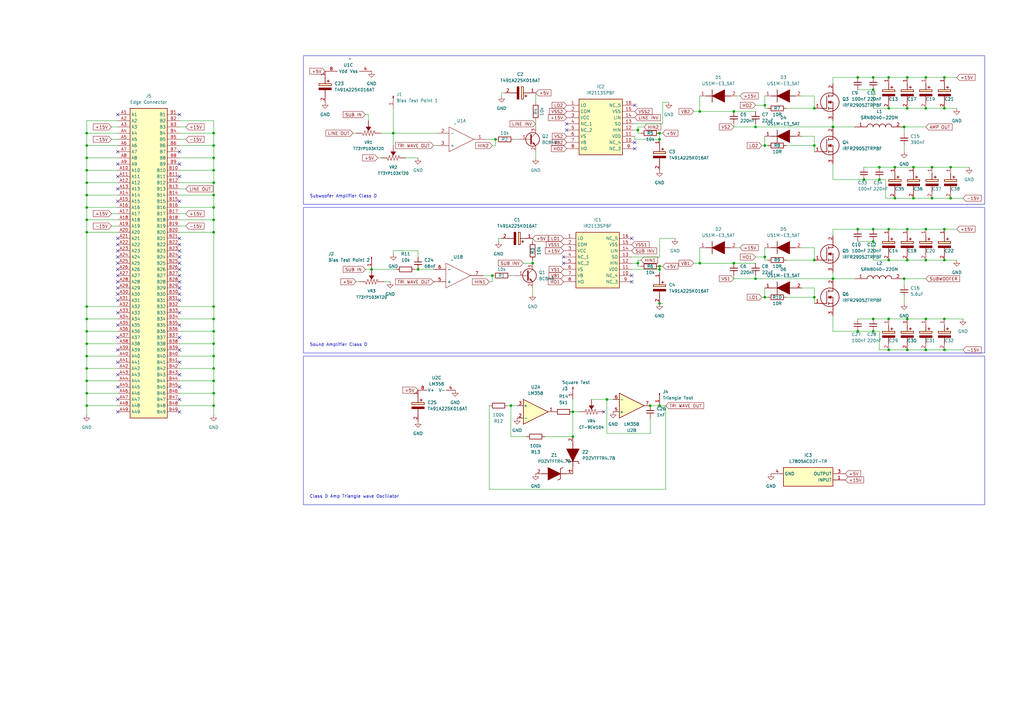
<source format=kicad_sch>
(kicad_sch (version 20230121) (generator eeschema)
  (paper "A3")
  (junction (at 379.73 31.75))
  (junction (at 372.11 143.51))
  (junction (at 270.51 57.15))
  (junction (at 370.84 114.3))
  (junction (at 87.63 69.85))
  (junction (at 35.56 85.09))
  (junction (at 270.51 109.22))
  (junction (at 341.63 52.07))
  (junction (at 370.84 52.07))
  (junction (at 364.49 143.51))
  (junction (at 351.79 135.89))
  (junction (at 372.11 130.81))
  (junction (at 313.69 105.41))
  (junction (at 87.63 146.05))
  (junction (at 367.03 81.28))
  (junction (at 372.11 44.45))
  (junction (at 351.79 31.75))
  (junction (at 35.56 146.05))
  (junction (at 341.63 114.3))
  (junction (at 379.73 143.51))
  (junction (at 87.63 125.73))
  (junction (at 261.62 107.95))
  (junction (at 266.7 166.37))
  (junction (at 354.33 73.66))
  (junction (at 203.2 57.15))
  (junction (at 364.49 93.98))
  (junction (at 300.99 107.95))
  (junction (at 334.01 106.68))
  (junction (at 379.73 93.98))
  (junction (at 87.63 151.13))
  (junction (at 270.51 54.61))
  (junction (at 364.49 31.75))
  (junction (at 270.51 166.37))
  (junction (at 87.63 85.09))
  (junction (at 387.35 31.75))
  (junction (at 379.73 106.68))
  (junction (at 358.14 130.81))
  (junction (at 201.93 113.03))
  (junction (at 87.63 59.69))
  (junction (at 358.14 99.06))
  (junction (at 389.89 68.58))
  (junction (at 35.56 161.29))
  (junction (at 35.56 90.17))
  (junction (at 35.56 125.73))
  (junction (at 372.11 93.98))
  (junction (at 389.89 81.28))
  (junction (at 87.63 140.97))
  (junction (at 218.44 107.95))
  (junction (at 379.73 44.45))
  (junction (at 87.63 80.01))
  (junction (at 313.69 59.69))
  (junction (at 287.02 45.72))
  (junction (at 87.63 74.93))
  (junction (at 358.14 135.89))
  (junction (at 309.88 114.3))
  (junction (at 374.65 81.28))
  (junction (at 382.27 68.58))
  (junction (at 35.56 166.37))
  (junction (at 87.63 161.29))
  (junction (at 367.03 68.58))
  (junction (at 387.35 143.51))
  (junction (at 358.14 93.98))
  (junction (at 334.01 121.92))
  (junction (at 309.88 52.07))
  (junction (at 374.65 68.58))
  (junction (at 382.27 81.28))
  (junction (at 161.29 54.61))
  (junction (at 372.11 106.68))
  (junction (at 35.56 69.85))
  (junction (at 358.14 31.75))
  (junction (at 270.51 110.49))
  (junction (at 234.95 179.07))
  (junction (at 35.56 80.01))
  (junction (at 35.56 74.93))
  (junction (at 35.56 95.25))
  (junction (at 87.63 166.37))
  (junction (at 35.56 151.13))
  (junction (at 313.69 43.18))
  (junction (at 87.63 135.89))
  (junction (at 35.56 130.81))
  (junction (at 364.49 106.68))
  (junction (at 360.68 68.58))
  (junction (at 300.99 45.72))
  (junction (at 35.56 54.61))
  (junction (at 234.95 168.91))
  (junction (at 387.35 93.98))
  (junction (at 171.45 110.49))
  (junction (at 387.35 44.45))
  (junction (at 87.63 156.21))
  (junction (at 287.02 107.95))
  (junction (at 35.56 64.77))
  (junction (at 261.62 53.34))
  (junction (at 87.63 95.25))
  (junction (at 313.69 121.92))
  (junction (at 248.92 163.83))
  (junction (at 35.56 59.69))
  (junction (at 35.56 140.97))
  (junction (at 358.14 36.83))
  (junction (at 387.35 130.81))
  (junction (at 351.79 93.98))
  (junction (at 364.49 130.81))
  (junction (at 334.01 44.45))
  (junction (at 87.63 130.81))
  (junction (at 334.01 59.69))
  (junction (at 379.73 130.81))
  (junction (at 87.63 90.17))
  (junction (at 387.35 106.68))
  (junction (at 209.55 166.37))
  (junction (at 35.56 135.89))
  (junction (at 35.56 156.21))
  (junction (at 364.49 44.45))
  (junction (at 87.63 64.77))
  (junction (at 360.68 73.66))
  (junction (at 270.51 124.46))
  (junction (at 87.63 54.61))
  (junction (at 372.11 31.75))
  (junction (at 152.4 110.49))
  (no_connect (at 73.66 110.49))
  (no_connect (at 73.66 67.31))
  (no_connect (at 48.26 123.19))
  (no_connect (at 48.26 105.41))
  (no_connect (at 73.66 143.51))
  (no_connect (at 48.26 143.51))
  (no_connect (at 48.26 102.87))
  (no_connect (at 48.26 113.03))
  (no_connect (at 73.66 100.33))
  (no_connect (at 247.65 168.91))
  (no_connect (at 260.35 60.96))
  (no_connect (at 73.66 148.59))
  (no_connect (at 260.35 43.18))
  (no_connect (at 259.08 97.79))
  (no_connect (at 73.66 133.35))
  (no_connect (at 259.08 115.57))
  (no_connect (at 48.26 67.31))
  (no_connect (at 73.66 113.03))
  (no_connect (at 73.66 46.99))
  (no_connect (at 48.26 163.83))
  (no_connect (at 48.26 153.67))
  (no_connect (at 73.66 138.43))
  (no_connect (at 73.66 72.39))
  (no_connect (at 73.66 153.67))
  (no_connect (at 73.66 107.95))
  (no_connect (at 73.66 118.11))
  (no_connect (at 48.26 133.35))
  (no_connect (at 48.26 72.39))
  (no_connect (at 73.66 120.65))
  (no_connect (at 73.66 62.23))
  (no_connect (at 231.14 105.41))
  (no_connect (at 73.66 102.87))
  (no_connect (at 48.26 82.55))
  (no_connect (at 48.26 62.23))
  (no_connect (at 48.26 100.33))
  (no_connect (at 48.26 46.99))
  (no_connect (at 231.14 107.95))
  (no_connect (at 48.26 120.65))
  (no_connect (at 48.26 115.57))
  (no_connect (at 73.66 97.79))
  (no_connect (at 48.26 158.75))
  (no_connect (at 73.66 168.91))
  (no_connect (at 232.41 53.34))
  (no_connect (at 48.26 168.91))
  (no_connect (at 48.26 107.95))
  (no_connect (at 73.66 128.27))
  (no_connect (at 73.66 105.41))
  (no_connect (at 48.26 110.49))
  (no_connect (at 260.35 58.42))
  (no_connect (at 48.26 77.47))
  (no_connect (at 73.66 123.19))
  (no_connect (at 73.66 158.75))
  (no_connect (at 48.26 118.11))
  (no_connect (at 48.26 128.27))
  (no_connect (at 48.26 138.43))
  (no_connect (at 232.41 50.8))
  (no_connect (at 48.26 148.59))
  (no_connect (at 48.26 97.79))
  (no_connect (at 73.66 82.55))
  (no_connect (at 259.08 113.03))
  (no_connect (at 73.66 115.57))
  (no_connect (at 73.66 163.83))
  (wire (pts (xy 209.55 166.37) (xy 212.09 166.37)))
  (wire (pts (xy 45.72 92.71) (xy 48.26 92.71)))
  (wire (pts (xy 372.11 93.98) (xy 379.73 93.98)))
  (wire (pts (xy 328.93 55.88) (xy 334.01 55.88)))
  (wire (pts (xy 87.63 95.25) (xy 87.63 125.73)))
  (wire (pts (xy 372.11 44.45) (xy 379.73 44.45)))
  (wire (pts (xy 48.26 151.13) (xy 35.56 151.13)))
  (wire (pts (xy 259.08 110.49) (xy 270.51 110.49)))
  (wire (pts (xy 351.79 36.83) (xy 358.14 36.83)))
  (wire (pts (xy 322.58 59.69) (xy 334.01 59.69)))
  (wire (pts (xy 87.63 130.81) (xy 87.63 135.89)))
  (wire (pts (xy 266.7 171.45) (xy 266.7 177.8)))
  (wire (pts (xy 334.01 124.46) (xy 334.01 121.92)))
  (wire (pts (xy 351.79 130.81) (xy 358.14 130.81)))
  (wire (pts (xy 389.89 81.28) (xy 394.97 81.28)))
  (wire (pts (xy 262.89 109.22) (xy 261.62 109.22)))
  (wire (pts (xy 372.11 130.81) (xy 379.73 130.81)))
  (wire (pts (xy 341.63 129.54) (xy 341.63 135.89)))
  (wire (pts (xy 219.71 49.53) (xy 219.71 52.07)))
  (wire (pts (xy 45.72 52.07) (xy 48.26 52.07)))
  (wire (pts (xy 367.03 68.58) (xy 374.65 68.58)))
  (wire (pts (xy 313.69 59.69) (xy 314.96 59.69)))
  (wire (pts (xy 171.45 110.49) (xy 177.8 110.49)))
  (wire (pts (xy 309.88 105.41) (xy 313.69 105.41)))
  (wire (pts (xy 261.62 109.22) (xy 261.62 107.95)))
  (wire (pts (xy 367.03 81.28) (xy 374.65 81.28)))
  (wire (pts (xy 73.66 125.73) (xy 87.63 125.73)))
  (wire (pts (xy 309.88 113.03) (xy 309.88 114.3)))
  (wire (pts (xy 270.51 57.15) (xy 270.51 54.61)))
  (wire (pts (xy 313.69 55.88) (xy 313.69 59.69)))
  (wire (pts (xy 198.12 113.03) (xy 201.93 113.03)))
  (wire (pts (xy 219.71 64.77) (xy 219.71 62.23)))
  (wire (pts (xy 87.63 64.77) (xy 87.63 69.85)))
  (wire (pts (xy 152.4 110.49) (xy 162.56 110.49)))
  (wire (pts (xy 35.56 90.17) (xy 48.26 90.17)))
  (wire (pts (xy 35.56 140.97) (xy 35.56 135.89)))
  (wire (pts (xy 161.29 59.69) (xy 161.29 54.61)))
  (wire (pts (xy 372.11 44.45) (xy 364.49 44.45)))
  (wire (pts (xy 370.84 121.92) (xy 370.84 124.46)))
  (wire (pts (xy 35.56 59.69) (xy 48.26 59.69)))
  (wire (pts (xy 302.26 39.37) (xy 303.53 39.37)))
  (wire (pts (xy 313.69 43.18) (xy 313.69 44.45)))
  (wire (pts (xy 312.42 121.92) (xy 313.69 121.92)))
  (wire (pts (xy 151.13 46.99) (xy 149.86 46.99)))
  (wire (pts (xy 328.93 101.6) (xy 334.01 101.6)))
  (wire (pts (xy 219.71 38.1) (xy 219.71 41.91)))
  (wire (pts (xy 261.62 54.61) (xy 261.62 53.34)))
  (wire (pts (xy 87.63 85.09) (xy 87.63 90.17)))
  (wire (pts (xy 48.26 125.73) (xy 35.56 125.73)))
  (wire (pts (xy 287.02 101.6) (xy 287.02 107.95)))
  (wire (pts (xy 271.78 41.91) (xy 271.78 50.8)))
  (wire (pts (xy 351.79 99.06) (xy 358.14 99.06)))
  (wire (pts (xy 364.49 44.45) (xy 358.14 44.45)))
  (wire (pts (xy 73.66 57.15) (xy 76.2 57.15)))
  (wire (pts (xy 35.56 80.01) (xy 48.26 80.01)))
  (wire (pts (xy 35.56 166.37) (xy 35.56 170.18)))
  (wire (pts (xy 260.35 57.15) (xy 270.51 57.15)))
  (wire (pts (xy 48.26 140.97) (xy 35.56 140.97)))
  (wire (pts (xy 218.44 97.79) (xy 218.44 99.06)))
  (wire (pts (xy 387.35 130.81) (xy 394.97 130.81)))
  (wire (pts (xy 154.94 64.77) (xy 156.21 64.77)))
  (wire (pts (xy 48.26 135.89) (xy 35.56 135.89)))
  (wire (pts (xy 302.26 101.6) (xy 303.53 101.6)))
  (wire (pts (xy 334.01 39.37) (xy 334.01 44.45)))
  (wire (pts (xy 87.63 161.29) (xy 87.63 166.37)))
  (wire (pts (xy 87.63 170.18) (xy 87.63 166.37)))
  (wire (pts (xy 334.01 118.11) (xy 334.01 121.92)))
  (wire (pts (xy 73.66 49.53) (xy 87.63 49.53)))
  (wire (pts (xy 334.01 55.88) (xy 334.01 59.69)))
  (wire (pts (xy 379.73 93.98) (xy 387.35 93.98)))
  (wire (pts (xy 273.05 200.66) (xy 200.66 200.66)))
  (wire (pts (xy 270.51 166.37) (xy 266.7 166.37)))
  (wire (pts (xy 171.45 102.87) (xy 161.29 102.87)))
  (wire (pts (xy 322.58 106.68) (xy 334.01 106.68)))
  (wire (pts (xy 341.63 114.3) (xy 350.52 114.3)))
  (wire (pts (xy 209.55 113.03) (xy 210.82 113.03)))
  (wire (pts (xy 48.26 130.81) (xy 35.56 130.81)))
  (wire (pts (xy 370.84 114.3) (xy 379.73 114.3)))
  (wire (pts (xy 35.56 95.25) (xy 35.56 125.73)))
  (wire (pts (xy 341.63 52.07) (xy 350.52 52.07)))
  (wire (pts (xy 87.63 54.61) (xy 87.63 59.69)))
  (wire (pts (xy 300.99 45.72) (xy 287.02 45.72)))
  (wire (pts (xy 328.93 118.11) (xy 334.01 118.11)))
  (wire (pts (xy 73.66 80.01) (xy 87.63 80.01)))
  (wire (pts (xy 35.56 130.81) (xy 35.56 125.73)))
  (wire (pts (xy 266.7 177.8) (xy 248.92 177.8)))
  (wire (pts (xy 261.62 107.95) (xy 259.08 107.95)))
  (wire (pts (xy 73.66 69.85) (xy 87.63 69.85)))
  (wire (pts (xy 364.49 93.98) (xy 372.11 93.98)))
  (wire (pts (xy 35.56 69.85) (xy 35.56 74.93)))
  (wire (pts (xy 341.63 31.75) (xy 341.63 34.29)))
  (wire (pts (xy 328.93 39.37) (xy 334.01 39.37)))
  (wire (pts (xy 214.63 107.95) (xy 218.44 107.95)))
  (wire (pts (xy 372.11 143.51) (xy 379.73 143.51)))
  (wire (pts (xy 144.78 54.61) (xy 146.05 54.61)))
  (wire (pts (xy 73.66 64.77) (xy 87.63 64.77)))
  (wire (pts (xy 358.14 135.89) (xy 360.68 135.89)))
  (wire (pts (xy 300.99 114.3) (xy 309.88 114.3)))
  (wire (pts (xy 45.72 57.15) (xy 48.26 57.15)))
  (wire (pts (xy 341.63 31.75) (xy 351.79 31.75)))
  (wire (pts (xy 370.84 114.3) (xy 370.84 116.84)))
  (wire (pts (xy 48.26 146.05) (xy 35.56 146.05)))
  (wire (pts (xy 35.56 69.85) (xy 48.26 69.85)))
  (wire (pts (xy 73.66 130.81) (xy 87.63 130.81)))
  (wire (pts (xy 242.57 163.83) (xy 248.92 163.83)))
  (wire (pts (xy 35.56 85.09) (xy 35.56 90.17)))
  (wire (pts (xy 87.63 140.97) (xy 87.63 146.05)))
  (wire (pts (xy 379.73 143.51) (xy 387.35 143.51)))
  (wire (pts (xy 218.44 120.65) (xy 218.44 118.11)))
  (wire (pts (xy 379.73 44.45) (xy 387.35 44.45)))
  (wire (pts (xy 87.63 135.89) (xy 87.63 140.97)))
  (wire (pts (xy 35.56 80.01) (xy 35.56 85.09)))
  (wire (pts (xy 35.56 49.53) (xy 48.26 49.53)))
  (wire (pts (xy 76.2 52.07) (xy 73.66 52.07)))
  (wire (pts (xy 360.68 135.89) (xy 360.68 143.51)))
  (wire (pts (xy 35.56 166.37) (xy 35.56 161.29)))
  (wire (pts (xy 341.63 73.66) (xy 354.33 73.66)))
  (wire (pts (xy 354.33 73.66) (xy 360.68 73.66)))
  (wire (pts (xy 151.13 46.99) (xy 151.13 49.53)))
  (wire (pts (xy 354.33 68.58) (xy 360.68 68.58)))
  (wire (pts (xy 35.56 90.17) (xy 35.56 95.25)))
  (wire (pts (xy 205.74 38.1) (xy 207.01 38.1)))
  (wire (pts (xy 270.51 110.49) (xy 270.51 109.22)))
  (wire (pts (xy 73.66 85.09) (xy 87.63 85.09)))
  (wire (pts (xy 73.66 59.69) (xy 87.63 59.69)))
  (wire (pts (xy 205.74 39.37) (xy 205.74 38.1)))
  (wire (pts (xy 87.63 49.53) (xy 87.63 54.61)))
  (wire (pts (xy 209.55 166.37) (xy 209.55 179.07)))
  (wire (pts (xy 248.92 177.8) (xy 248.92 163.83)))
  (wire (pts (xy 35.56 49.53) (xy 35.56 54.61)))
  (wire (pts (xy 322.58 44.45) (xy 334.01 44.45)))
  (wire (pts (xy 287.02 107.95) (xy 284.48 107.95)))
  (wire (pts (xy 314.96 106.68) (xy 313.69 106.68)))
  (wire (pts (xy 370.84 59.69) (xy 370.84 62.23)))
  (wire (pts (xy 200.66 115.57) (xy 201.93 115.57)))
  (wire (pts (xy 313.69 101.6) (xy 313.69 105.41)))
  (wire (pts (xy 270.51 54.61) (xy 271.78 54.61)))
  (wire (pts (xy 372.11 106.68) (xy 364.49 106.68)))
  (wire (pts (xy 73.66 77.47) (xy 76.2 77.47)))
  (wire (pts (xy 300.99 45.72) (xy 309.88 45.72)))
  (wire (pts (xy 260.35 57.15) (xy 260.35 55.88)))
  (wire (pts (xy 300.99 107.95) (xy 309.88 107.95)))
  (wire (pts (xy 204.47 99.06) (xy 204.47 97.79)))
  (wire (pts (xy 270.51 105.41) (xy 259.08 105.41)))
  (wire (pts (xy 387.35 106.68) (xy 392.43 106.68)))
  (wire (pts (xy 309.88 43.18) (xy 313.69 43.18)))
  (wire (pts (xy 234.95 163.83) (xy 234.95 168.91)))
  (wire (pts (xy 387.35 143.51) (xy 394.97 143.51)))
  (wire (pts (xy 341.63 135.89) (xy 351.79 135.89)))
  (wire (pts (xy 370.84 52.07) (xy 370.84 54.61)))
  (wire (pts (xy 313.69 105.41) (xy 313.69 106.68)))
  (wire (pts (xy 334.01 101.6) (xy 334.01 106.68)))
  (wire (pts (xy 351.79 93.98) (xy 358.14 93.98)))
  (wire (pts (xy 379.73 130.81) (xy 387.35 130.81)))
  (wire (pts (xy 358.14 44.45) (xy 358.14 36.83)))
  (wire (pts (xy 341.63 93.98) (xy 341.63 96.52)))
  (wire (pts (xy 87.63 156.21) (xy 87.63 161.29)))
  (wire (pts (xy 372.11 31.75) (xy 379.73 31.75)))
  (wire (pts (xy 389.89 68.58) (xy 397.51 68.58)))
  (wire (pts (xy 35.56 59.69) (xy 35.56 64.77)))
  (wire (pts (xy 171.45 105.41) (xy 171.45 102.87)))
  (wire (pts (xy 374.65 81.28) (xy 382.27 81.28)))
  (wire (pts (xy 35.56 54.61) (xy 35.56 59.69)))
  (wire (pts (xy 379.73 106.68) (xy 387.35 106.68)))
  (wire (pts (xy 270.51 97.79) (xy 270.51 105.41)))
  (wire (pts (xy 161.29 102.87) (xy 161.29 104.14)))
  (wire (pts (xy 387.35 31.75) (xy 392.43 31.75)))
  (wire (pts (xy 87.63 59.69) (xy 87.63 64.77)))
  (wire (pts (xy 287.02 45.72) (xy 284.48 45.72)))
  (wire (pts (xy 200.66 200.66) (xy 200.66 166.37)))
  (wire (pts (xy 73.66 92.71) (xy 76.2 92.71)))
  (wire (pts (xy 166.37 64.77) (xy 171.45 64.77)))
  (wire (pts (xy 146.05 115.57) (xy 147.32 115.57)))
  (wire (pts (xy 170.18 110.49) (xy 171.45 110.49)))
  (wire (pts (xy 234.95 168.91) (xy 237.49 168.91)))
  (wire (pts (xy 35.56 54.61) (xy 48.26 54.61)))
  (wire (pts (xy 313.69 121.92) (xy 314.96 121.92)))
  (wire (pts (xy 35.56 85.09) (xy 48.26 85.09)))
  (wire (pts (xy 358.14 93.98) (xy 364.49 93.98)))
  (wire (pts (xy 264.16 52.07) (xy 261.62 52.07)))
  (wire (pts (xy 274.32 41.91) (xy 271.78 41.91)))
  (wire (pts (xy 87.63 90.17) (xy 87.63 95.25)))
  (wire (pts (xy 364.49 130.81) (xy 372.11 130.81)))
  (wire (pts (xy 234.95 179.07) (xy 223.52 179.07)))
  (wire (pts (xy 358.14 31.75) (xy 364.49 31.75)))
  (wire (pts (xy 312.42 59.69) (xy 313.69 59.69)))
  (wire (pts (xy 149.86 110.49) (xy 152.4 110.49)))
  (wire (pts (xy 309.88 114.3) (xy 341.63 114.3)))
  (wire (pts (xy 73.66 156.21) (xy 87.63 156.21)))
  (wire (pts (xy 35.56 135.89) (xy 35.56 130.81)))
  (wire (pts (xy 35.56 74.93) (xy 35.56 80.01)))
  (wire (pts (xy 203.2 59.69) (xy 203.2 57.15)))
  (wire (pts (xy 73.66 74.93) (xy 87.63 74.93)))
  (wire (pts (xy 35.56 156.21) (xy 35.56 151.13)))
  (wire (pts (xy 35.56 95.25) (xy 48.26 95.25)))
  (wire (pts (xy 161.29 44.45) (xy 161.29 54.61)))
  (wire (pts (xy 262.89 106.68) (xy 261.62 106.68)))
  (wire (pts (xy 313.69 118.11) (xy 313.69 121.92)))
  (wire (pts (xy 73.66 54.61) (xy 87.63 54.61)))
  (wire (pts (xy 35.56 161.29) (xy 35.56 156.21)))
  (wire (pts (xy 313.69 44.45) (xy 314.96 44.45)))
  (wire (pts (xy 382.27 68.58) (xy 389.89 68.58)))
  (wire (pts (xy 204.47 97.79) (xy 205.74 97.79)))
  (wire (pts (xy 271.78 124.46) (xy 270.51 124.46)))
  (wire (pts (xy 35.56 64.77) (xy 48.26 64.77)))
  (wire (pts (xy 300.99 52.07) (xy 309.88 52.07)))
  (wire (pts (xy 300.99 107.95) (xy 287.02 107.95)))
  (wire (pts (xy 73.66 140.97) (xy 87.63 140.97)))
  (wire (pts (xy 73.66 95.25) (xy 87.63 95.25)))
  (wire (pts (xy 379.73 31.75) (xy 387.35 31.75)))
  (wire (pts (xy 276.86 97.79) (xy 270.51 97.79)))
  (wire (pts (xy 358.14 130.81) (xy 364.49 130.81)))
  (wire (pts (xy 73.66 166.37) (xy 87.63 166.37)))
  (wire (pts (xy 48.26 156.21) (xy 35.56 156.21)))
  (wire (pts (xy 360.68 73.66) (xy 363.22 73.66)))
  (wire (pts (xy 218.44 106.68) (xy 218.44 107.95)))
  (wire (pts (xy 341.63 111.76) (xy 341.63 114.3)))
  (wire (pts (xy 271.78 50.8) (xy 260.35 50.8)))
  (wire (pts (xy 351.79 31.75) (xy 358.14 31.75)))
  (wire (pts (xy 35.56 64.77) (xy 35.56 69.85)))
  (wire (pts (xy 363.22 73.66) (xy 363.22 81.28)))
  (wire (pts (xy 35.56 74.93) (xy 48.26 74.93)))
  (wire (pts (xy 309.88 50.8) (xy 309.88 52.07)))
  (wire (pts (xy 48.26 161.29) (xy 35.56 161.29)))
  (wire (pts (xy 157.48 115.57) (xy 160.02 115.57)))
  (wire (pts (xy 270.51 110.49) (xy 270.51 111.76)))
  (wire (pts (xy 360.68 68.58) (xy 367.03 68.58)))
  (wire (pts (xy 273.05 166.37) (xy 270.51 166.37)))
  (wire (pts (xy 208.28 166.37) (xy 209.55 166.37)))
  (wire (pts (xy 76.2 87.63) (xy 73.66 87.63)))
  (wire (pts (xy 201.93 115.57) (xy 201.93 113.03)))
  (wire (pts (xy 199.39 57.15) (xy 203.2 57.15)))
  (wire (pts (xy 360.68 143.51) (xy 364.49 143.51)))
  (wire (pts (xy 334.01 62.23) (xy 334.01 59.69)))
  (wire (pts (xy 358.14 106.68) (xy 358.14 99.06)))
  (wire (pts (xy 351.79 135.89) (xy 358.14 135.89)))
  (wire (pts (xy 341.63 93.98) (xy 351.79 93.98)))
  (wire (pts (xy 87.63 125.73) (xy 87.63 130.81)))
  (wire (pts (xy 73.66 161.29) (xy 87.63 161.29)))
  (wire (pts (xy 73.66 135.89) (xy 87.63 135.89)))
  (wire (pts (xy 387.35 93.98) (xy 392.43 93.98)))
  (wire (pts (xy 210.82 57.15) (xy 212.09 57.15)))
  (wire (pts (xy 87.63 151.13) (xy 87.63 156.21)))
  (wire (pts (xy 73.66 90.17) (xy 87.63 90.17)))
  (wire (pts (xy 261.62 52.07) (xy 261.62 53.34)))
  (wire (pts (xy 341.63 67.31) (xy 341.63 73.66)))
  (wire (pts (xy 201.93 59.69) (xy 203.2 59.69)))
  (wire (pts (xy 48.26 166.37) (xy 35.56 166.37)))
  (wire (pts (xy 248.92 163.83) (xy 251.46 163.83)))
  (wire (pts (xy 287.02 39.37) (xy 287.02 45.72)))
  (wire (pts (xy 161.29 54.61) (xy 179.07 54.61)))
  (wire (pts (xy 374.65 68.58) (xy 382.27 68.58)))
  (wire (pts (xy 387.35 44.45) (xy 392.43 44.45)))
  (wire (pts (xy 35.56 146.05) (xy 35.56 140.97)))
  (wire (pts (xy 370.84 52.07) (xy 379.73 52.07)))
  (wire (pts (xy 364.49 31.75) (xy 372.11 31.75)))
  (wire (pts (xy 372.11 106.68) (xy 379.73 106.68)))
  (wire (pts (xy 87.63 69.85) (xy 87.63 74.93)))
  (wire (pts (xy 87.63 74.93) (xy 87.63 80.01)))
  (wire (pts (xy 309.88 52.07) (xy 341.63 52.07)))
  (wire (pts (xy 300.99 50.8) (xy 300.99 52.07)))
  (wire (pts (xy 261.62 53.34) (xy 260.35 53.34)))
  (wire (pts (xy 35.56 151.13) (xy 35.56 146.05)))
  (wire (pts (xy 87.63 80.01) (xy 87.63 85.09)))
  (wire (pts (xy 209.55 179.07) (xy 215.9 179.07)))
  (wire (pts (xy 87.63 146.05) (xy 87.63 151.13)))
  (wire (pts (xy 73.66 151.13) (xy 87.63 151.13)))
  (wire (pts (xy 262.89 54.61) (xy 261.62 54.61)))
  (wire (pts (xy 382.27 81.28) (xy 389.89 81.28)))
  (wire (pts (xy 364.49 143.51) (xy 372.11 143.51)))
  (wire (pts (xy 156.21 54.61) (xy 161.29 54.61)))
  (wire (pts (xy 270.51 109.22) (xy 271.78 109.22)))
  (wire (pts (xy 73.66 146.05) (xy 87.63 146.05)))
  (wire (pts (xy 364.49 106.68) (xy 358.14 106.68)))
  (wire (pts (xy 363.22 81.28) (xy 367.03 81.28)))
  (wire (pts (xy 45.72 87.63) (xy 48.26 87.63)))
  (wire (pts (xy 322.58 121.92) (xy 334.01 121.92)))
  (wire (pts (xy 273.05 166.37) (xy 273.05 200.66)))
  (wire (pts (xy 261.62 106.68) (xy 261.62 107.95)))
  (wire (pts (xy 313.69 39.37) (xy 313.69 43.18)))
  (wire (pts (xy 300.99 113.03) (xy 300.99 114.3)))
  (wire (pts (xy 341.63 49.53) (xy 341.63 52.07)))
  (wire (pts (xy 177.8 59.69) (xy 179.07 59.69)))
  (wire (pts (xy 234.95 168.91) (xy 234.95 179.07)))
  (rectangle (start 124.46 22.86) (end 403.86 83.82))
  (rectangle (start 124.46 85.09) (end 403.86 144.78))
  (rectangle (start 124.46 146.05) (end 403.86 207.01))
  (text "Sound Amplifier Class D" (at 127 142.24 0) (effects (font (size 1.27 1.27)) (justify left bottom)))
  (text "Class D Amp Triangle wave Oscillator" (at 127 204.47 0) (effects (font (size 1.27 1.27)) (justify left bottom)))
  (text "Subwoofer Amplifier Class D" (at 127 81.28 0) (effects (font (size 1.27 1.27)) (justify left bottom)))
  (global_label "+5V" (shape input) (at 146.05 115.57 180) (property "Intersheetrefs" "${INTERSHEET_REFS}" (effects hide)))
  (global_label "+5V" (shape input) (at 219.71 38.1 0) (property "Intersheetrefs" "${INTERSHEET_REFS}" (effects hide)))
  (global_label "LO1" (shape input) (at 312.42 121.92 180) (property "Intersheetrefs" "${INTERSHEET_REFS}" (effects hide)))
  (global_label "+15V" (shape input) (at 76.2 52.07 0) (property "Intersheetrefs" "${INTERSHEET_REFS}" (effects hide)))
  (global_label "SUB IN" (shape input) (at 149.86 46.99 180) (property "Intersheetrefs" "${INTERSHEET_REFS}" (effects hide)))
  (global_label "VSS1" (shape input) (at 259.08 100.33 0) (property "Intersheetrefs" "${INTERSHEET_REFS}" (effects hide)))
  (global_label "VS1" (shape input) (at 231.14 110.49 180) (property "Intersheetrefs" "${INTERSHEET_REFS}" (effects hide)))
  (global_label "-15V" (shape input) (at 45.72 57.15 180) (property "Intersheetrefs" "${INTERSHEET_REFS}" (effects hide)))
  (global_label "VSS2" (shape input) (at 260.35 45.72 0) (property "Intersheetrefs" "${INTERSHEET_REFS}" (effects hide)))
  (global_label "-15V" (shape input) (at 394.97 81.28 0) (property "Intersheetrefs" "${INTERSHEET_REFS}" (effects hide)))
  (global_label "VB2" (shape input) (at 284.48 45.72 180) (property "Intersheetrefs" "${INTERSHEET_REFS}" (effects hide)))
  (global_label "HIN2" (shape input) (at 201.93 59.69 180) (property "Intersheetrefs" "${INTERSHEET_REFS}" (effects hide)))
  (global_label "VSS2" (shape input) (at 232.41 45.72 180) (property "Intersheetrefs" "${INTERSHEET_REFS}" (effects hide)))
  (global_label "+15V" (shape input) (at 303.53 39.37 0) (property "Intersheetrefs" "${INTERSHEET_REFS}" (effects hide)))
  (global_label "TRI WAVE OUT" (shape input) (at 273.05 166.37 0) (property "Intersheetrefs" "${INTERSHEET_REFS}" (effects hide)))
  (global_label "LINE OUT" (shape input) (at 144.78 54.61 180) (property "Intersheetrefs" "${INTERSHEET_REFS}" (effects hide)))
  (global_label "HO1" (shape input) (at 309.88 105.41 180) (property "Intersheetrefs" "${INTERSHEET_REFS}" (effects hide)))
  (global_label "-15V" (shape input) (at 45.72 92.71 180) (property "Intersheetrefs" "${INTERSHEET_REFS}" (effects hide)))
  (global_label "+15V" (shape input) (at 45.72 52.07 180) (property "Intersheetrefs" "${INTERSHEET_REFS}" (effects hide)))
  (global_label "+5V" (shape input) (at 271.78 54.61 0) (property "Intersheetrefs" "${INTERSHEET_REFS}" (effects hide)))
  (global_label "LINE OUT" (shape input) (at 76.2 77.47 0) (property "Intersheetrefs" "${INTERSHEET_REFS}" (effects hide)))
  (global_label "-15V" (shape input) (at 394.97 143.51 0) (property "Intersheetrefs" "${INTERSHEET_REFS}" (effects hide)))
  (global_label "+5V" (shape input) (at 218.44 97.79 0) (property "Intersheetrefs" "${INTERSHEET_REFS}" (effects hide)))
  (global_label "LO1" (shape input) (at 231.14 97.79 180) (property "Intersheetrefs" "${INTERSHEET_REFS}" (effects hide)))
  (global_label "VB2" (shape input) (at 232.41 58.42 180) (property "Intersheetrefs" "${INTERSHEET_REFS}" (effects hide)))
  (global_label "+15V" (shape input) (at 392.43 31.75 0) (property "Intersheetrefs" "${INTERSHEET_REFS}" (effects hide)))
  (global_label "-15V" (shape input) (at 76.2 57.15 0) (property "Intersheetrefs" "${INTERSHEET_REFS}" (effects hide)))
  (global_label "+15V" (shape input) (at 303.53 101.6 0) (property "Intersheetrefs" "${INTERSHEET_REFS}" (effects hide)))
  (global_label "+15V" (shape input) (at 45.72 87.63 180) (property "Intersheetrefs" "${INTERSHEET_REFS}" (effects hide)))
  (global_label "SUB IN" (shape input) (at 149.86 110.49 180) (property "Intersheetrefs" "${INTERSHEET_REFS}" (effects hide)))
  (global_label "+5V" (shape input) (at 154.94 64.77 180) (property "Intersheetrefs" "${INTERSHEET_REFS}" (effects hide)))
  (global_label "+15V" (shape input) (at 231.14 102.87 180) (property "Intersheetrefs" "${INTERSHEET_REFS}" (effects hide)))
  (global_label "VS2" (shape input) (at 300.99 52.07 180) (property "Intersheetrefs" "${INTERSHEET_REFS}" (effects hide)))
  (global_label "+15V" (shape input) (at 346.71 196.85 0) (property "Intersheetrefs" "${INTERSHEET_REFS}" (effects hide)))
  (global_label "LO2" (shape input) (at 232.41 43.18 180) (property "Intersheetrefs" "${INTERSHEET_REFS}" (effects hide)))
  (global_label "VB1" (shape input) (at 231.14 113.03 180) (property "Intersheetrefs" "${INTERSHEET_REFS}" (effects hide)))
  (global_label "+15V" (shape input) (at 232.41 48.26 180) (property "Intersheetrefs" "${INTERSHEET_REFS}" (effects hide)))
  (global_label "HO2" (shape input) (at 309.88 43.18 180) (property "Intersheetrefs" "${INTERSHEET_REFS}" (effects hide)))
  (global_label "+5V" (shape input) (at 133.35 29.21 180) (property "Intersheetrefs" "${INTERSHEET_REFS}" (effects hide)))
  (global_label "LO2" (shape input) (at 312.42 59.69 180) (property "Intersheetrefs" "${INTERSHEET_REFS}" (effects hide)))
  (global_label "VS2" (shape input) (at 232.41 55.88 180) (property "Intersheetrefs" "${INTERSHEET_REFS}" (effects hide)))
  (global_label "HIN1" (shape input) (at 262.89 106.68 0) (property "Intersheetrefs" "${INTERSHEET_REFS}" (effects hide)))
  (global_label "+5V" (shape input) (at 171.45 160.02 180) (property "Intersheetrefs" "${INTERSHEET_REFS}" (effects hide)))
  (global_label "AMP OUT" (shape input) (at 379.73 52.07 0) (property "Intersheetrefs" "${INTERSHEET_REFS}" (effects hide)))
  (global_label "HIN1" (shape input) (at 200.66 115.57 180) (property "Intersheetrefs" "${INTERSHEET_REFS}" (effects hide)))
  (global_label "+15V" (shape input) (at 76.2 87.63 0) (property "Intersheetrefs" "${INTERSHEET_REFS}" (effects hide)))
  (global_label "TRI WAVE OUT" (shape input) (at 177.8 59.69 180) (property "Intersheetrefs" "${INTERSHEET_REFS}" (effects hide)))
  (global_label "+5V" (shape input) (at 271.78 109.22 0) (property "Intersheetrefs" "${INTERSHEET_REFS}" (effects hide)))
  (global_label "HO1" (shape input) (at 231.14 115.57 180) (property "Intersheetrefs" "${INTERSHEET_REFS}" (effects hide)))
  (global_label "VSS1" (shape input) (at 231.14 100.33 180) (property "Intersheetrefs" "${INTERSHEET_REFS}" (effects hide)))
  (global_label "SUB INV" (shape input) (at 259.08 102.87 0) (property "Intersheetrefs" "${INTERSHEET_REFS}" (effects hide)))
  (global_label "-15V" (shape input) (at 76.2 92.71 0) (property "Intersheetrefs" "${INTERSHEET_REFS}" (effects hide)))
  (global_label "LINE INV" (shape input) (at 260.35 48.26 0) (property "Intersheetrefs" "${INTERSHEET_REFS}" (effects hide)))
  (global_label "+15V" (shape input) (at 392.43 93.98 0) (property "Intersheetrefs" "${INTERSHEET_REFS}" (effects hide)))
  (global_label "HIN2" (shape input) (at 264.16 52.07 0) (property "Intersheetrefs" "${INTERSHEET_REFS}" (effects hide)))
  (global_label "LINE INV" (shape input) (at 219.71 50.8 180) (property "Intersheetrefs" "${INTERSHEET_REFS}" (effects hide)))
  (global_label "SUBWOOFER" (shape input) (at 379.73 114.3 0) (property "Intersheetrefs" "${INTERSHEET_REFS}" (effects hide)))
  (global_label "SUB INV" (shape input) (at 214.63 107.95 180) (property "Intersheetrefs" "${INTERSHEET_REFS}" (effects hide)))
  (global_label "HO2" (shape input) (at 232.41 60.96 180) (property "Intersheetrefs" "${INTERSHEET_REFS}" (effects hide)))
  (global_label "VB1" (shape input) (at 284.48 107.95 180) (property "Intersheetrefs" "${INTERSHEET_REFS}" (effects hide)))
  (global_label "TRI WAVE OUT" (shape input) (at 177.8 115.57 180) (property "Intersheetrefs" "${INTERSHEET_REFS}" (effects hide)))
  (global_label "VS1" (shape input) (at 300.99 114.3 180) (property "Intersheetrefs" "${INTERSHEET_REFS}" (effects hide)))
  (global_label "+5V" (shape input) (at 346.71 194.31 0) (property "Intersheetrefs" "${INTERSHEET_REFS}" (effects hide)))
  (symbol (lib_id "SamacSys_Parts:MCP6022-PF") (at 143.51 24.13 0) (unit 3)
    (property "Reference" "U1" (at 142.875 26.67 0))
    (property "Value" "~" (at 143.51 24.13 0))
    (property "Footprint" "SamacSys_Parts:SOIC127P600X175-8N" (effects hide))
  )
  (symbol (lib_id "SamacSys_Parts:US1M-E3_5AT") (at 313.69 55.88 0) (unit 1)
    (property "Reference" "D4" (at 321.31 48.26 0))
    (property "Value" "US1M-E3_5AT" (at 321.31 50.8 0))
    (property "Footprint" "SamacSys_Parts:DIOM5127X229N" (effects hide))
    (property "Datasheet" "https://www.vishay.com/docs/88768/us1.pdf" (effects hide))
    (property "Height" "2.29" (effects hide))
    (property "Manufacturer_Name" "Vishay" (effects hide))
    (property "Manufacturer_Part_Number" "US1M-E3/5AT" (effects hide))
  )
  (symbol (lib_id "Connector:Conn_01x01_Pin") (at 152.4 105.41 270) (unit 1)
    (property "Reference" "J2" (at 134.62 104.14 90) (effects (justify left)))
    (property "Value" "Bias Test Point 2" (at 134.62 106.68 90) (effects (justify left)))
    (property "Footprint" "Connector_PinHeader_2.54mm:PinHeader_1x01_P2.54mm_Vertical" (effects hide))
  )
  (symbol (lib_id "power:GND") (at 270.51 124.46 0) (unit 1)
    (property "Reference" "#PWR06" (effects hide))
    (property "Value" "GND" (at 270.51 129.54 0))
  )
  (symbol (lib_id "SamacSys_Parts:EEEFK1H221P") (at 387.35 130.81 270) (unit 1)
    (property "Reference" "C32" (at 387.35 139.7 90) (effects (justify left)))
    (property "Value" "EEEFK1H221P" (effects hide))
    (property "Footprint" "SamacSys_Parts:EEE0JA152UAP" (effects hide))
    (property "Datasheet" "http://industrial.panasonic.com/cdbs/www-data/pdf/RDE0000/ABA0000C1181.pdf" (effects hide))
    (property "Height" "12" (effects hide))
    (property "Manufacturer_Name" "Panasonic" (effects hide))
    (property "Manufacturer_Part_Number" "EEEFK1H221P" (effects hide))
  )
  (symbol (lib_id "power:GND") (at 171.45 172.72 0) (unit 1)
    (property "Reference" "#PWR020" (effects hide))
    (property "Value" "GND" (at 171.45 177.8 0))
  )
  (symbol (lib_id "Device:C_Small") (at 351.79 34.29 180) (unit 1)
    (property "Reference" "C9" (at 349.25 38.1 0) (effects (justify right)))
    (property "Value" "100nF" (at 349.25 40.64 0) (effects (justify right)))
    (property "Footprint" "Capacitor_SMD:C_1206_3216Metric" (effects hide))
  )
  (symbol (lib_id "SamacSys_Parts:T491A225K016AT") (at 270.51 57.15 270) (unit 1)
    (property "Reference" "C3" (at 274.32 62.23 90) (effects (justify left)))
    (property "Value" "T491A225K016AT" (at 274.32 64.77 90) (effects (justify left)))
    (property "Footprint" "T491A" (effects hide))
    (property "Datasheet" "https://content.kemet.com/datasheets/KEM_T2005_T491.pdf" (effects hide))
    (property "Height" "1.8" (effects hide))
    (property "Manufacturer_Name" "KEMET" (effects hide))
    (property "Manufacturer_Part_Number" "T491A225K016AT" (effects hide))
  )
  (symbol (lib_id "Device:R") (at 219.71 179.07 270) (mirror x) (unit 1)
    (property "Reference" "R13" (at 219.71 185.42 90))
    (property "Value" "100k" (at 219.71 182.88 90))
    (property "Footprint" "Resistor_SMD:R_1206_3216Metric" (effects hide))
  )
  (symbol (lib_id "SamacSys_Parts:EEEFK1H221P") (at 379.73 93.98 270) (unit 1)
    (property "Reference" "C20" (at 379.73 102.87 90) (effects (justify left)))
    (property "Value" "EEEFK1H221P" (effects hide))
    (property "Footprint" "SamacSys_Parts:EEE0JA152UAP" (effects hide))
    (property "Datasheet" "http://industrial.panasonic.com/cdbs/www-data/pdf/RDE0000/ABA0000C1181.pdf" (effects hide))
    (property "Height" "12" (effects hide))
    (property "Manufacturer_Name" "Panasonic" (effects hide))
    (property "Manufacturer_Part_Number" "EEEFK1H221P" (effects hide))
  )
  (symbol (lib_id "Device:C_Small") (at 370.84 119.38 180) (unit 1)
    (property "Reference" "C16" (at 373.38 118.1035 0) (effects (justify right)))
    (property "Value" "5.6uF" (at 373.38 120.6435 0) (effects (justify right)))
    (property "Footprint" "Capacitor_SMD:C_1206_3216Metric" (effects hide))
  )
  (symbol (lib_id "Device:C_Small") (at 370.84 57.15 180) (unit 1)
    (property "Reference" "C15" (at 373.38 55.8736 0) (effects (justify right)))
    (property "Value" "390nF" (at 373.38 58.4136 0) (effects (justify right)))
    (property "Footprint" "Capacitor_SMD:C_1206_3216Metric" (effects hide))
  )
  (symbol (lib_id "SamacSys_Parts:US1M-E3_5AT") (at 313.69 118.11 0) (unit 1)
    (property "Reference" "D6" (at 321.31 110.49 0))
    (property "Value" "US1M-E3_5AT" (at 321.31 113.03 0))
    (property "Footprint" "SamacSys_Parts:DIOM5127X229N" (effects hide))
    (property "Datasheet" "https://www.vishay.com/docs/88768/us1.pdf" (effects hide))
    (property "Height" "2.29" (effects hide))
    (property "Manufacturer_Name" "Vishay" (effects hide))
    (property "Manufacturer_Part_Number" "US1M-E3/5AT" (effects hide))
  )
  (symbol (lib_id "SamacSys_Parts:US1M-E3_5AT") (at 287.02 101.6 0) (unit 1)
    (property "Reference" "D2" (at 294.64 93.98 0))
    (property "Value" "US1M-E3_5AT" (at 294.64 96.52 0))
    (property "Footprint" "SamacSys_Parts:DIOM5127X229N" (effects hide))
    (property "Datasheet" "https://www.vishay.com/docs/88768/us1.pdf" (effects hide))
    (property "Height" "2.29" (effects hide))
    (property "Manufacturer_Name" "Vishay" (effects hide))
    (property "Manufacturer_Part_Number" "US1M-E3/5AT" (effects hide))
  )
  (symbol (lib_id "SamacSys_Parts:EEEFK1H221P") (at 379.73 31.75 270) (unit 1)
    (property "Reference" "C19" (at 379.73 40.64 90) (effects (justify left)))
    (property "Value" "EEEFK1H221P" (effects hide))
    (property "Footprint" "SamacSys_Parts:EEE0JA152UAP" (effects hide))
    (property "Datasheet" "http://industrial.panasonic.com/cdbs/www-data/pdf/RDE0000/ABA0000C1181.pdf" (effects hide))
    (property "Height" "12" (effects hide))
    (property "Manufacturer_Name" "Panasonic" (effects hide))
    (property "Manufacturer_Part_Number" "EEEFK1H221P" (effects hide))
  )
  (symbol (lib_id "Device:C_Small") (at 300.99 48.26 0) (unit 1)
    (property "Reference" "C5" (at 303.53 46.9962 0) (effects (justify left)))
    (property "Value" "220nF" (at 303.53 49.5362 0) (effects (justify left)))
    (property "Footprint" "Capacitor_SMD:C_1206_3216Metric" (effects hide))
  )
  (symbol (lib_id "Device:R") (at 204.47 166.37 90) (mirror x) (unit 1)
    (property "Reference" "R12" (at 204.47 172.72 90))
    (property "Value" "100k" (at 204.47 170.18 90))
    (property "Footprint" "Resistor_SMD:R_1206_3216Metric" (effects hide))
  )
  (symbol (lib_id "Device:R") (at 266.7 54.61 90) (mirror x) (unit 1)
    (property "Reference" "R5" (at 266.7 54.61 90))
    (property "Value" "10k" (at 266.7 57.15 90))
    (property "Footprint" "Resistor_SMD:R_1206_3216Metric" (effects hide))
  )
  (symbol (lib_id "SamacSys_Parts:T491A225K016AT") (at 171.45 160.02 270) (unit 1)
    (property "Reference" "C25" (at 175.26 165.1 90) (effects (justify left)))
    (property "Value" "T491A225K016AT" (at 175.26 167.64 90) (effects (justify left)))
    (property "Footprint" "T491A" (effects hide))
    (property "Datasheet" "https://content.kemet.com/datasheets/KEM_T2005_T491.pdf" (effects hide))
    (property "Height" "1.8" (effects hide))
    (property "Manufacturer_Name" "KEMET" (effects hide))
    (property "Manufacturer_Part_Number" "T491A225K016AT" (effects hide))
  )
  (symbol (lib_id "Device:R") (at 318.77 59.69 270) (unit 1)
    (property "Reference" "R8" (at 318.77 59.69 90))
    (property "Value" "10R" (at 318.77 62.23 90))
    (property "Footprint" "Resistor_SMD:R_1206_3216Metric" (effects hide))
  )
  (symbol (lib_id "SamacSys_Parts:EEEFK1H221P") (at 364.49 130.81 270) (unit 1)
    (property "Reference" "C29" (at 364.49 139.7 90) (effects (justify left)))
    (property "Value" "EEEFK1H221P" (effects hide))
    (property "Footprint" "SamacSys_Parts:EEE0JA152UAP" (effects hide))
    (property "Datasheet" "http://industrial.panasonic.com/cdbs/www-data/pdf/RDE0000/ABA0000C1181.pdf" (effects hide))
    (property "Height" "12" (effects hide))
    (property "Manufacturer_Name" "Panasonic" (effects hide))
    (property "Manufacturer_Part_Number" "EEEFK1H221P" (effects hide))
  )
  (symbol (lib_id "Device:C_Small") (at 351.79 133.35 180) (unit 1)
    (property "Reference" "C27" (at 349.25 137.16 0) (effects (justify right)))
    (property "Value" "100nF" (at 349.25 139.7 0) (effects (justify right)))
    (property "Footprint" "Capacitor_SMD:C_1206_3216Metric" (effects hide))
  )
  (symbol (lib_id "Device:R") (at 318.77 121.92 270) (unit 1)
    (property "Reference" "R10" (at 318.77 121.92 90))
    (property "Value" "10R" (at 318.77 124.46 90))
    (property "Footprint" "Resistor_SMD:R_1206_3216Metric" (effects hide))
  )
  (symbol (lib_id "Device:R") (at 266.7 109.22 90) (mirror x) (unit 1)
    (property "Reference" "R6" (at 266.7 109.22 90))
    (property "Value" "10k" (at 266.7 111.76 90))
    (property "Footprint" "Resistor_SMD:R_1206_3216Metric" (effects hide))
  )
  (symbol (lib_id "Amplifier_Operational:LM358") (at 259.08 166.37 0) (mirror x) (unit 2)
    (property "Reference" "U2" (at 259.08 176.53 0))
    (property "Value" "LM358" (at 259.08 173.99 0))
    (property "Footprint" "SamacSys_Parts:SOIC127P600X175-8N" (effects hide))
    (property "Datasheet" "http://www.ti.com/lit/ds/symlink/lm2904-n.pdf" (effects hide))
  )
  (symbol (lib_id "Device:C_Small") (at 309.88 110.49 180) (unit 1)
    (property "Reference" "C8" (at 312.42 109.2135 0) (effects (justify right)))
    (property "Value" "22uF" (at 312.42 111.7535 0) (effects (justify right)))
    (property "Footprint" "Capacitor_SMD:C_1206_3216Metric" (effects hide))
  )
  (symbol (lib_id "power:GND") (at 212.09 171.45 0) (unit 1)
    (property "Reference" "#PWR022" (effects hide))
    (property "Value" "GND" (at 212.09 176.53 0))
  )
  (symbol (lib_id "power:GND") (at 276.86 97.79 0) (unit 1)
    (property "Reference" "#PWR08" (effects hide))
    (property "Value" "GND" (at 276.86 102.87 0))
  )
  (symbol (lib_id "power:GND") (at 397.51 68.58 0) (unit 1)
    (property "Reference" "#PWR09" (effects hide))
    (property "Value" "GND" (at 397.51 73.66 0))
  )
  (symbol (lib_id "SamacSys_Parts:EEEFK1H221P") (at 382.27 68.58 270) (unit 1)
    (property "Reference" "C37" (at 382.27 77.47 90) (effects (justify left)))
    (property "Value" "EEEFK1H221P" (effects hide))
    (property "Footprint" "SamacSys_Parts:EEE0JA152UAP" (effects hide))
    (property "Datasheet" "http://industrial.panasonic.com/cdbs/www-data/pdf/RDE0000/ABA0000C1181.pdf" (effects hide))
    (property "Height" "12" (effects hide))
    (property "Manufacturer_Name" "Panasonic" (effects hide))
    (property "Manufacturer_Part_Number" "EEEFK1H221P" (effects hide))
  )
  (symbol (lib_id "Connector:Conn_01x01_Pin") (at 234.95 158.75 270) (unit 1)
    (property "Reference" "J3" (at 230.505 159.385 90) (effects (justify left)))
    (property "Value" "Square Test" (at 230.505 156.845 90) (effects (justify left)))
    (property "Footprint" "Connector_PinHeader_2.54mm:PinHeader_1x01_P2.54mm_Vertical" (effects hide))
  )
  (symbol (lib_id "SamacSys_Parts:SRN8040-220M") (at 350.52 52.07 0) (unit 1)
    (property "Reference" "L1" (at 360.68 45.72 0))
    (property "Value" "SRN8040-220M" (at 360.68 48.26 0))
    (property "Footprint" "SamacSys_Parts:SRN8040220M" (effects hide))
    (property "Datasheet" "https://www.bourns.com/docs/Product-Datasheets/SRN8040.pdf" (effects hide))
    (property "Height" "4" (effects hide))
    (property "Manufacturer_Name" "Bourns" (effects hide))
    (property "Manufacturer_Part_Number" "SRN8040-220M" (effects hide))
  )
  (symbol (lib_id "Transistor_BJT:BC848") (at 217.17 57.15 0) (unit 1)
    (property "Reference" "Q2" (at 222.25 55.88 0) (effects (justify left)))
    (property "Value" "BC848" (at 222.25 58.42 0) (effects (justify left)))
    (property "Footprint" "Package_TO_SOT_SMD:SOT-23" (effects hide))
    (property "Datasheet" "http://www.infineon.com/dgdl/Infineon-BC847SERIES_BC848SERIES_BC849SERIES_BC850SERIES-DS-v01_01-en.pdf?fileId=db3a304314dca389011541d4630a1657" (effects hide))
  )
  (symbol (lib_id "SamacSys_Parts:EEEFK1H221P") (at 372.11 31.75 270) (unit 1)
    (property "Reference" "C17" (at 372.11 40.64 90) (effects (justify left)))
    (property "Value" "EEEFK1H221P" (effects hide))
    (property "Footprint" "SamacSys_Parts:EEE0JA152UAP" (effects hide))
    (property "Datasheet" "http://industrial.panasonic.com/cdbs/www-data/pdf/RDE0000/ABA0000C1181.pdf" (effects hide))
    (property "Height" "12" (effects hide))
    (property "Manufacturer_Name" "Panasonic" (effects hide))
    (property "Manufacturer_Part_Number" "EEEFK1H221P" (effects hide))
  )
  (symbol (lib_id "Amplifier_Operational:LM358") (at 179.07 157.48 90) (unit 3)
    (property "Reference" "U2" (at 179.07 154.94 90))
    (property "Value" "LM358" (at 179.07 157.48 90))
    (property "Footprint" "SamacSys_Parts:SOIC127P600X175-8N" (effects hide))
    (property "Datasheet" "http://www.ti.com/lit/ds/symlink/lm2904-n.pdf" (effects hide))
  )
  (symbol (lib_id "SamacSys_Parts:US1M-E3_5AT") (at 287.02 39.37 0) (unit 1)
    (property "Reference" "D1" (at 294.64 31.75 0))
    (property "Value" "US1M-E3_5AT" (at 294.64 34.29 0))
    (property "Footprint" "SamacSys_Parts:DIOM5127X229N" (effects hide))
    (property "Datasheet" "https://www.vishay.com/docs/88768/us1.pdf" (effects hide))
    (property "Height" "2.29" (effects hide))
    (property "Manufacturer_Name" "Vishay" (effects hide))
    (property "Manufacturer_Part_Number" "US1M-E3/5AT" (effects hide))
  )
  (symbol (lib_id "Device:R") (at 166.37 110.49 270) (unit 1)
    (property "Reference" "R11" (at 166.37 104.14 90))
    (property "Value" "10k" (at 166.37 106.68 90))
    (property "Footprint" "Resistor_SMD:R_1206_3216Metric" (effects hide))
  )
  (symbol (lib_id "Device:C_Small") (at 266.7 168.91 180) (unit 1)
    (property "Reference" "C26" (at 269.24 167.6336 0) (effects (justify right)))
    (property "Value" "1nF" (at 269.24 170.1736 0) (effects (justify right)))
    (property "Footprint" "Capacitor_SMD:C_1206_3216Metric" (effects hide))
  )
  (symbol (lib_id "SamacSys_Parts:IRFR2905ZTRPBF") (at 334.01 106.68 0) (unit 1)
    (property "Reference" "Q5" (at 345.44 102.87 0) (effects (justify left)))
    (property "Value" "IRFR2905ZTRPBF" (at 345.44 105.41 0) (effects (justify left)))
    (property "Footprint" "SamacSys_Parts:IRFR2905ZTRPBF" (effects hide))
    (property "Datasheet" "https://www.infineon.com/dgdl/irfr2905zpbf.pdf?fileId=5546d462533600a401535630e7222088" (effects hide))
    (property "Height" "2.52" (effects hide))
    (property "Manufacturer_Name" "Infineon" (effects hide))
    (property "Manufacturer_Part_Number" "IRFR2905ZTRPBF" (effects hide))
  )
  (symbol (lib_id "Device:C_Small") (at 358.14 133.35 180) (unit 1)
    (property "Reference" "C28" (at 355.6 137.16 0) (effects (justify right)))
    (property "Value" "220nF" (at 355.6 139.7 0) (effects (justify right)))
    (property "Footprint" "Capacitor_SMD:C_1206_3216Metric" (effects hide))
  )
  (symbol (lib_id "Transistor_BJT:BC848") (at 215.9 113.03 0) (unit 1)
    (property "Reference" "Q1" (at 220.98 111.76 0) (effects (justify left)))
    (property "Value" "BC848" (at 220.98 114.3 0) (effects (justify left)))
    (property "Footprint" "Package_TO_SOT_SMD:SOT-23" (effects hide))
    (property "Datasheet" "http://www.infineon.com/dgdl/Infineon-BC847SERIES_BC848SERIES_BC849SERIES_BC850SERIES-DS-v01_01-en.pdf?fileId=db3a304314dca389011541d4630a1657" (effects hide))
  )
  (symbol (lib_id "power:GND") (at 392.43 106.68 0) (unit 1)
    (property "Reference" "#PWR014" (effects hide))
    (property "Value" "GND" (at 392.43 111.76 0))
  )
  (symbol (lib_id "SparkFun-Resistors:TRIMPOT-PTH-10MM-KNOB-1_2W-10%") (at 151.13 54.61 270) (mirror x) (unit 1)
    (property "Reference" "VR1" (at 151.13 58.42 90) (effects (font (size 1.143 1.143))))
    (property "Value" "T73YP103KT20" (at 151.13 60.96 90) (effects (font (size 1.143 1.143))))
    (property "Footprint" "SamacSys_Parts:T73YP103KT20" (effects hide))
    (property "Field4" "RES-09730" (effects hide))
  )
  (symbol (lib_id "SamacSys_Parts:SRN8040-220M") (at 350.52 114.3 0) (unit 1)
    (property "Reference" "L2" (at 360.68 107.95 0))
    (property "Value" "SRN8040-220M" (at 360.68 110.49 0))
    (property "Footprint" "SamacSys_Parts:SRN8040220M" (effects hide))
    (property "Datasheet" "https://www.bourns.com/docs/Product-Datasheets/SRN8040.pdf" (effects hide))
    (property "Height" "4" (effects hide))
    (property "Manufacturer_Name" "Bourns" (effects hide))
    (property "Manufacturer_Part_Number" "SRN8040-220M" (effects hide))
  )
  (symbol (lib_id "power:GND") (at 370.84 124.46 0) (unit 1)
    (property "Reference" "#PWR012" (effects hide))
    (property "Value" "GND" (at 370.84 129.54 0))
  )
  (symbol (lib_id "power:GND") (at 152.4 29.21 0) (unit 1)
    (property "Reference" "#PWR016" (effects hide))
    (property "Value" "GND" (at 152.4 34.29 0))
  )
  (symbol (lib_id "Device:R") (at 207.01 57.15 90) (unit 1)
    (property "Reference" "R2" (at 207.01 57.15 90))
    (property "Value" "10k" (at 207.01 54.61 90))
    (property "Footprint" "Resistor_SMD:R_1206_3216Metric" (effects hide))
  )
  (symbol (lib_id "Device:R") (at 231.14 168.91 90) (mirror x) (unit 1)
    (property "Reference" "R14" (at 231.14 162.56 90))
    (property "Value" "5k1" (at 231.14 165.1 90))
    (property "Footprint" "Resistor_SMD:R_1206_3216Metric" (effects hide))
  )
  (symbol (lib_id "Device:C_Small") (at 351.79 96.52 180) (unit 1)
    (property "Reference" "C10" (at 349.25 100.33 0) (effects (justify right)))
    (property "Value" "100nF" (at 349.25 102.87 0) (effects (justify right)))
    (property "Footprint" "Capacitor_SMD:C_1206_3216Metric" (effects hide))
  )
  (symbol (lib_id "power:GND") (at 219.71 194.31 0) (unit 1)
    (property "Reference" "#PWR023" (effects hide))
    (property "Value" "GND" (at 219.71 199.39 0))
  )
  (symbol (lib_id "power:GND") (at 251.46 168.91 0) (unit 1)
    (property "Reference" "#PWR024" (effects hide))
    (property "Value" "GND" (at 251.46 173.99 0))
  )
  (symbol (lib_id "power:GND") (at 133.35 41.91 0) (unit 1)
    (property "Reference" "#PWR015" (effects hide))
    (property "Value" "GND" (at 133.35 46.99 0))
  )
  (symbol (lib_id "SamacSys_Parts:T491A225K016AT") (at 133.35 29.21 270) (unit 1)
    (property "Reference" "C23" (at 137.16 34.29 90) (effects (justify left)))
    (property "Value" "T491A225K016AT" (at 137.16 36.83 90) (effects (justify left)))
    (property "Footprint" "T491A" (effects hide))
    (property "Datasheet" "https://content.kemet.com/datasheets/KEM_T2005_T491.pdf" (effects hide))
    (property "Height" "1.8" (effects hide))
    (property "Manufacturer_Name" "KEMET" (effects hide))
    (property "Manufacturer_Part_Number" "T491A225K016AT" (effects hide))
  )
  (symbol (lib_id "SamacSys_Parts:IRFR2905ZTRPBF") (at 334.01 124.46 0) (unit 1)
    (property "Reference" "Q6" (at 345.44 120.65 0) (effects (justify left)))
    (property "Value" "IRFR2905ZTRPBF" (at 345.44 123.19 0) (effects (justify left)))
    (property "Footprint" "SamacSys_Parts:IRFR2905ZTRPBF" (effects hide))
    (property "Datasheet" "https://www.infineon.com/dgdl/irfr2905zpbf.pdf?fileId=5546d462533600a401535630e7222088" (effects hide))
    (property "Height" "2.52" (effects hide))
    (property "Manufacturer_Name" "Infineon" (effects hide))
    (property "Manufacturer_Part_Number" "IRFR2905ZTRPBF" (effects hide))
  )
  (symbol (lib_id "SamacSys_Parts:IRFR2905ZTRPBF") (at 334.01 62.23 0) (unit 1)
    (property "Reference" "Q4" (at 345.44 58.42 0) (effects (justify left)))
    (property "Value" "IRFR2905ZTRPBF" (at 345.44 60.96 0) (effects (justify left)))
    (property "Footprint" "SamacSys_Parts:IRFR2905ZTRPBF" (effects hide))
    (property "Datasheet" "https://www.infineon.com/dgdl/irfr2905zpbf.pdf?fileId=5546d462533600a401535630e7222088" (effects hide))
    (property "Height" "2.52" (effects hide))
    (property "Manufacturer_Name" "Infineon" (effects hide))
    (property "Manufacturer_Part_Number" "IRFR2905ZTRPBF" (effects hide))
  )
  (symbol (lib_id "Device:C_Small") (at 309.88 48.26 180) (unit 1)
    (property "Reference" "C7" (at 312.42 46.9835 0) (effects (justify right)))
    (property "Value" "22uF" (at 312.42 49.5235 0) (effects (justify right)))
    (property "Footprint" "Capacitor_SMD:C_1206_3216Metric" (effects hide))
  )
  (symbol (lib_id "Device:C_Small") (at 358.14 96.52 180) (unit 1)
    (property "Reference" "C12" (at 355.6 100.33 0) (effects (justify right)))
    (property "Value" "220nF" (at 355.6 102.87 0) (effects (justify right)))
    (property "Footprint" "Capacitor_SMD:C_1206_3216Metric" (effects hide))
  )
  (symbol (lib_id "power:GND") (at 316.23 194.31 0) (unit 1)
    (property "Reference" "#PWR027" (effects hide))
    (property "Value" "GND" (at 316.23 199.39 0))
  )
  (symbol (lib_id "SamacSys_Parts:MCP6022-PF") (at 185.42 106.68 0) (unit 2)
    (property "Reference" "U1" (at 187.96 105.41 0))
    (property "Value" "~" (at 185.42 106.68 0))
    (property "Footprint" "SamacSys_Parts:SOIC127P600X175-8N" (effects hide))
  )
  (symbol (lib_id "SamacSys_Parts:T491A225K016AT") (at 218.44 97.79 180) (unit 1)
    (property "Reference" "C1" (at 212.09 90.17 0))
    (property "Value" "T491A225K016AT" (at 212.09 92.71 0))
    (property "Footprint" "T491A" (effects hide))
    (property "Datasheet" "https://content.kemet.com/datasheets/KEM_T2005_T491.pdf" (effects hide))
    (property "Height" "1.8" (effects hide))
    (property "Manufacturer_Name" "KEMET" (effects hide))
    (property "Manufacturer_Part_Number" "T491A225K016AT" (effects hide))
  )
  (symbol (lib_id "Device:R") (at 318.77 44.45 270) (unit 1)
    (property "Reference" "R7" (at 318.77 44.45 90))
    (property "Value" "10R" (at 318.77 46.99 90))
    (property "Footprint" "Resistor_SMD:R_1206_3216Metric" (effects hide))
  )
  (symbol (lib_id "Device:C_Small") (at 354.33 71.12 180) (unit 1)
    (property "Reference" "C33" (at 351.79 74.93 0) (effects (justify right)))
    (property "Value" "100nF" (at 351.79 77.47 0) (effects (justify right)))
    (property "Footprint" "Capacitor_SMD:C_1206_3216Metric" (effects hide))
  )
  (symbol (lib_id "Amplifier_Operational:LM358") (at 219.71 168.91 0) (unit 1)
    (property "Reference" "U2" (at 219.71 158.75 0))
    (property "Value" "LM358" (at 219.71 161.29 0))
    (property "Footprint" "SamacSys_Parts:SOIC127P600X175-8N" (effects hide))
    (property "Datasheet" "http://www.ti.com/lit/ds/symlink/lm2904-n.pdf" (effects hide))
  )
  (symbol (lib_id "SamacSys_Parts:PCIE-098-02-F-D-TH") (at 48.26 46.99 0) (unit 1)
    (property "Reference" "J5" (at 60.96 39.37 0))
    (property "Value" "Edge Connector" (at 60.96 41.91 0))
    (property "Footprint" "Connector_PCBEdge:BUS_PCIexpress_x8" (effects hide))
    (property "Datasheet" "http://suddendocs.samtec.com/catalog_english/pcie.pdf" (effects hide))
    (property "Height" "11.05" (effects hide))
    (property "Manufacturer_Name" "SAMTEC" (effects hide))
    (property "Manufacturer_Part_Number" "PCIE-098-02-F-D-TH" (effects hide))
  )
  (symbol (lib_id "SamacSys_Parts:PDZVTFTR4.7B") (at 234.95 194.31 180) (unit 1)
    (property "Reference" "Z1" (at 227.33 186.69 0))
    (property "Value" "PDZVTFTR4.7B" (at 227.33 189.23 0))
    (property "Footprint" "SamacSys_Parts:PDZVTFTR47B" (effects hide))
    (property "Datasheet" "https://fscdn.rohm.com/en/products/databook/datasheet/discrete/diode/zener/pdzvtftr4.7b-e.pdf" (effects hide))
    (property "Height" "1.05" (effects hide))
    (property "Manufacturer_Name" "ROHM Semiconductor" (effects hide))
    (property "Manufacturer_Part_Number" "PDZVTFTR4.7B" (effects hide))
  )
  (symbol (lib_id "Device:R") (at 218.44 102.87 0) (unit 1)
    (property "Reference" "R3" (at 218.44 102.87 90))
    (property "Value" "10k" (at 220.98 102.87 90))
    (property "Footprint" "Resistor_SMD:R_1206_3216Metric" (effects hide))
  )
  (symbol (lib_id "power:GND") (at 394.97 130.81 0) (unit 1)
    (property "Reference" "#PWR010" (effects hide))
    (property "Value" "GND" (at 394.97 135.89 0))
  )
  (symbol (lib_id "SamacSys_Parts:IR2113SPBF") (at 231.14 97.79 0) (unit 1)
    (property "Reference" "IC1" (at 245.11 90.17 0))
    (property "Value" "IR2113SPBF" (at 245.11 92.71 0))
    (property "Footprint" "SamacSys_Parts:SOIC127P1032X265-16N" (effects hide))
    (property "Datasheet" "https://www.infineon.com/cms/en/product/power/gate-driver-ics/?" (effects hide))
    (property "Height" "2.65" (effects hide))
    (property "Manufacturer_Name" "Infineon" (effects hide))
    (property "Manufacturer_Part_Number" "IR2113SPBF" (effects hide))
  )
  (symbol (lib_id "Device:R") (at 219.71 45.72 0) (unit 1)
    (property "Reference" "R4" (at 219.71 45.72 90))
    (property "Value" "10k" (at 222.25 45.72 90))
    (property "Footprint" "Resistor_SMD:R_1206_3216Metric" (effects hide))
  )
  (symbol (lib_id "power:GND") (at 160.02 115.57 0) (unit 1)
    (property "Reference" "#PWR018" (effects hide))
    (property "Value" "GND" (at 160.02 120.65 0))
  )
  (symbol (lib_id "Connector:Conn_01x01_Pin") (at 161.29 39.37 270) (unit 1)
    (property "Reference" "J1" (at 162.56 38.735 90) (effects (justify left)))
    (property "Value" "Bias Test Point 1" (at 162.56 41.275 90) (effects (justify left)))
    (property "Footprint" "Connector_PinHeader_2.54mm:PinHeader_1x01_P2.54mm_Vertical" (effects hide))
  )
  (symbol (lib_id "power:GND") (at 171.45 64.77 0) (unit 1)
    (property "Reference" "#PWR017" (effects hide))
    (property "Value" "GND" (at 171.45 69.85 0))
  )
  (symbol (lib_id "SamacSys_Parts:EEEFK1H221P") (at 372.11 93.98 270) (unit 1)
    (property "Reference" "C18" (at 372.11 102.87 90) (effects (justify left)))
    (property "Value" "EEEFK1H221P" (effects hide))
    (property "Footprint" "SamacSys_Parts:EEE0JA152UAP" (effects hide))
    (property "Datasheet" "http://industrial.panasonic.com/cdbs/www-data/pdf/RDE0000/ABA0000C1181.pdf" (effects hide))
    (property "Height" "12" (effects hide))
    (property "Manufacturer_Name" "Panasonic" (effects hide))
    (property "Manufacturer_Part_Number" "EEEFK1H221P" (effects hide))
  )
  (symbol (lib_id "SparkFun-Resistors:TRIMPOT-PTH-10MM-KNOB-1_2W-10%") (at 242.57 168.91 90) (unit 1)
    (property "Reference" "VR4" (at 242.57 172.72 90) (effects (font (size 1.143 1.143))))
    (property "Value" "CT-9EW104" (at 242.57 175.26 90) (effects (font (size 1.143 1.143))))
    (property "Footprint" "SamacSys_Parts:CT9EW104" (effects hide))
    (property "Field4" "RES-09730" (effects hide))
  )
  (symbol (lib_id "SparkFun-Resistors:TRIMPOT-PTH-10MM-KNOB-1_2W-10%") (at 161.29 64.77 270) (mirror x) (unit 1)
    (property "Reference" "VR2" (at 161.29 68.58 90) (effects (font (size 1.143 1.143))))
    (property "Value" "T73YP103KT20" (at 161.29 71.12 90) (effects (font (size 1.143 1.143))))
    (property "Footprint" "SamacSys_Parts:T73YP103KT20" (effects hide))
    (property "Field4" "RES-09730" (effects hide))
  )
  (symbol (lib_id "SamacSys_Parts:EEEFK1H221P") (at 387.35 93.98 270) (unit 1)
    (property "Reference" "C22" (at 387.35 102.87 90) (effects (justify left)))
    (property "Value" "EEEFK1H221P" (effects hide))
    (property "Footprint" "SamacSys_Parts:EEE0JA152UAP" (effects hide))
    (property "Datasheet" "http://industrial.panasonic.com/cdbs/www-data/pdf/RDE0000/ABA0000C1181.pdf" (effects hide))
    (property "Height" "12" (effects hide))
    (property "Manufacturer_Name" "Panasonic" (effects hide))
    (property "Manufacturer_Part_Number" "EEEFK1H221P" (effects hide))
  )
  (symbol (lib_id "SamacSys_Parts:T491A225K016AT") (at 270.51 111.76 270) (unit 1)
    (property "Reference" "C4" (at 274.32 116.84 90) (effects (justify left)))
    (property "Value" "T491A225K016AT" (at 274.32 119.38 90) (effects (justify left)))
    (property "Footprint" "T491A" (effects hide))
    (property "Datasheet" "https://content.kemet.com/datasheets/KEM_T2005_T491.pdf" (effects hide))
    (property "Height" "1.8" (effects hide))
    (property "Manufacturer_Name" "KEMET" (effects hide))
    (property "Manufacturer_Part_Number" "T491A225K016AT" (effects hide))
  )
  (symbol (lib_id "power:GND") (at 35.56 170.18 0) (unit 1)
    (property "Reference" "#PWR025" (effects hide))
    (property "Value" "GND" (at 35.56 175.26 0))
  )
  (symbol (lib_id "SamacSys_Parts:IR2113SPBF") (at 232.41 43.18 0) (unit 1)
    (property "Reference" "IC2" (at 246.38 35.56 0))
    (property "Value" "IR2113SPBF" (at 246.38 38.1 0))
    (property "Footprint" "SamacSys_Parts:SOIC127P1032X265-16N" (effects hide))
    (property "Datasheet" "https://www.infineon.com/cms/en/product/power/gate-driver-ics/?" (effects hide))
    (property "Height" "2.65" (effects hide))
    (property "Manufacturer_Name" "Infineon" (effects hide))
    (property "Manufacturer_Part_Number" "IR2113SPBF" (effects hide))
  )
  (symbol (lib_id "SamacSys_Parts:IRFR2905ZTRPBF") (at 334.01 44.45 0) (unit 1)
    (property "Reference" "Q3" (at 345.44 40.64 0) (effects (justify left)))
    (property "Value" "IRFR2905ZTRPBF" (at 345.44 43.18 0) (effects (justify left)))
    (property "Footprint" "SamacSys_Parts:IRFR2905ZTRPBF" (effects hide))
    (property "Datasheet" "https://www.infineon.com/dgdl/irfr2905zpbf.pdf?fileId=5546d462533600a401535630e7222088" (effects hide))
    (property "Height" "2.52" (effects hide))
    (property "Manufacturer_Name" "Infineon" (effects hide))
    (property "Manufacturer_Part_Number" "IRFR2905ZTRPBF" (effects hide))
  )
  (symbol (lib_id "power:GND") (at 370.84 62.23 0) (unit 1)
    (property "Reference" "#PWR011" (effects hide))
    (property "Value" "GND" (at 370.84 67.31 0))
  )
  (symbol (lib_id "SamacSys_Parts:EEEFK1H221P") (at 389.89 68.58 270) (unit 1)
    (property "Reference" "C38" (at 389.89 77.47 90) (effects (justify left)))
    (property "Value" "EEEFK1H221P" (effects hide))
    (property "Footprint" "SamacSys_Parts:EEE0JA152UAP" (effects hide))
    (property "Datasheet" "http://industrial.panasonic.com/cdbs/www-data/pdf/RDE0000/ABA0000C1181.pdf" (effects hide))
    (property "Height" "12" (effects hide))
    (property "Manufacturer_Name" "Panasonic" (effects hide))
    (property "Manufacturer_Part_Number" "EEEFK1H221P" (effects hide))
  )
  (symbol (lib_id "power:GND") (at 392.43 44.45 0) (unit 1)
    (property "Reference" "#PWR013" (effects hide))
    (property "Value" "GND" (at 392.43 49.53 0))
  )
  (symbol (lib_id "SparkFun-Resistors:TRIMPOT-PTH-10MM-KNOB-1_2W-10%") (at 152.4 115.57 270) (mirror x) (unit 1)
    (property "Reference" "VR3" (at 152.4 119.38 90) (effects (font (size 1.143 1.143))))
    (property "Value" "T73YP103KT20" (at 152.4 121.92 90) (effects (font (size 1.143 1.143))))
    (property "Footprint" "SamacSys_Parts:T73YP103KT20" (effects hide))
    (property "Field4" "RES-09730" (effects hide))
  )
  (symbol (lib_id "SamacSys_Parts:US1M-E3_5AT") (at 313.69 39.37 0) (unit 1)
    (property "Reference" "D3" (at 321.31 31.75 0))
    (property "Value" "US1M-E3_5AT" (at 321.31 34.29 0))
    (property "Footprint" "SamacSys_Parts:DIOM5127X229N" (effects hide))
    (property "Datasheet" "https://www.vishay.com/docs/88768/us1.pdf" (effects hide))
    (property "Height" "2.29" (effects hide))
    (property "Manufacturer_Name" "Vishay" (effects hide))
    (property "Manufacturer_Part_Number" "US1M-E3/5AT" (effects hide))
  )
  (symbol (lib_id "Connector:Conn_01x01_Pin") (at 270.51 161.29 270) (unit 1)
    (property "Reference" "J4" (at 271.78 160.655 90) (effects (justify left)))
    (property "Value" "Triangle Test" (at 271.78 163.195 90) (effects (justify left)))
    (property "Footprint" "Connector_PinHeader_2.54mm:PinHeader_1x01_P2.54mm_Vertical" (effects hide))
  )
  (symbol (lib_id "SamacSys_Parts:EEEFK1H221P") (at 372.11 130.81 270) (unit 1)
    (property "Reference" "C30" (at 372.11 139.7 90) (effects (justify left)))
    (property "Value" "EEEFK1H221P" (effects hide))
    (property "Footprint" "SamacSys_Parts:EEE0JA152UAP" (effects hide))
    (property "Datasheet" "http://industrial.panasonic.com/cdbs/www-data/pdf/RDE0000/ABA0000C1181.pdf" (effects hide))
    (property "Height" "12" (effects hide))
    (property "Manufacturer_Name" "Panasonic" (effects hide))
    (property "Manufacturer_Part_Number" "EEEFK1H221P" (effects hide))
  )
  (symbol (lib_id "Device:C_Small") (at 300.99 110.49 0) (unit 1)
    (property "Reference" "C6" (at 303.53 109.2262 0) (effects (justify left)))
    (property "Value" "220nF" (at 303.53 111.7662 0) (effects (justify left)))
    (property "Footprint" "Capacitor_SMD:C_1206_3216Metric" (effects hide))
  )
  (symbol (lib_id "SamacSys_Parts:US1M-E3_5AT") (at 313.69 101.6 0) (unit 1)
    (property "Reference" "D5" (at 321.31 93.98 0))
    (property "Value" "US1M-E3_5AT" (at 321.31 96.52 0))
    (property "Footprint" "SamacSys_Parts:DIOM5127X229N" (effects hide))
    (property "Datasheet" "https://www.vishay.com/docs/88768/us1.pdf" (effects hide))
    (property "Height" "2.29" (effects hide))
    (property "Manufacturer_Name" "Vishay" (effects hide))
    (property "Manufacturer_Part_Number" "US1M-E3/5AT" (effects hide))
  )
  (symbol (lib_id "SamacSys_Parts:EEEFK1H221P") (at 367.03 68.58 270) (unit 1)
    (property "Reference" "C35" (at 367.03 77.47 90) (effects (justify left)))
    (property "Value" "EEEFK1H221P" (effects hide))
    (property "Footprint" "SamacSys_Parts:EEE0JA152UAP" (effects hide))
    (property "Datasheet" "http://industrial.panasonic.com/cdbs/www-data/pdf/RDE0000/ABA0000C1181.pdf" (effects hide))
    (property "Height" "12" (effects hide))
    (property "Manufacturer_Name" "Panasonic" (effects hide))
    (property "Manufacturer_Part_Number" "EEEFK1H221P" (effects hide))
  )
  (symbol (lib_id "SamacSys_Parts:PDZVTFTR4.7B") (at 234.95 194.31 90) (unit 1)
    (property "Reference" "Z2" (at 238.76 185.42 90) (effects (justify right)))
    (property "Value" "PDZVTFTR4.7B" (at 238.76 187.96 90) (effects (justify right)))
    (property "Footprint" "SamacSys_Parts:PDZVTFTR47B" (effects hide))
    (property "Datasheet" "https://fscdn.rohm.com/en/products/databook/datasheet/discrete/diode/zener/pdzvtftr4.7b-e.pdf" (effects hide))
    (property "Height" "1.05" (effects hide))
    (property "Manufacturer_Name" "ROHM Semiconductor" (effects hide))
    (property "Manufacturer_Part_Number" "PDZVTFTR4.7B" (effects hide))
  )
  (symbol (lib_id "power:GND") (at 186.69 160.02 0) (unit 1)
    (property "Reference" "#PWR021" (effects hide))
    (property "Value" "GND" (at 186.69 165.1 0))
  )
  (symbol (lib_id "power:GND") (at 205.74 39.37 0) (unit 1)
    (property "Reference" "#PWR02" (effects hide))
    (property "Value" "GND" (at 205.74 44.45 0))
  )
  (symbol (lib_id "Device:R") (at 205.74 113.03 90) (unit 1)
    (property "Reference" "R1" (at 205.74 113.03 90))
    (property "Value" "10k" (at 205.74 110.49 90))
    (property "Footprint" "Resistor_SMD:R_1206_3216Metric" (effects hide))
  )
  (symbol (lib_id "power:GND") (at 87.63 170.18 0) (unit 1)
    (property "Reference" "#PWR026" (effects hide))
    (property "Value" "GND" (at 87.63 175.26 0))
  )
  (symbol (lib_id "SamacSys_Parts:EEEFK1H221P") (at 364.49 93.98 270) (unit 1)
    (property "Reference" "C14" (at 364.49 102.87 90) (effects (justify left)))
    (property "Value" "EEEFK1H221P" (effects hide))
    (property "Footprint" "SamacSys_Parts:EEE0JA152UAP" (effects hide))
    (property "Datasheet" "http://industrial.panasonic.com/cdbs/www-data/pdf/RDE0000/ABA0000C1181.pdf" (effects hide))
    (property "Height" "12" (effects hide))
    (property "Manufacturer_Name" "Panasonic" (effects hide))
    (property "Manufacturer_Part_Number" "EEEFK1H221P" (effects hide))
  )
  (symbol (lib_id "power:GND") (at 274.32 41.91 0) (unit 1)
    (property "Reference" "#PWR07" (effects hide))
    (property "Value" "GND" (at 274.32 46.99 0))
  )
  (symbol (lib_id "power:GND") (at 161.29 104.14 0) (unit 1)
    (property "Reference" "#PWR019" (effects hide))
    (property "Value" "GND" (at 161.29 109.22 0))
  )
  (symbol (lib_id "power:GND") (at 219.71 64.77 0) (unit 1)
    (property "Reference" "#PWR04" (effects hide))
    (property "Value" "GND" (at 219.71 69.85 0))
  )
  (symbol (lib_id "SamacSys_Parts:EEEFK1H221P") (at 379.73 130.81 270) (unit 1)
    (property "Reference" "C31" (at 379.73 139.7 90) (effects (justify left)))
    (property "Value" "EEEFK1H221P" (effects hide))
    (property "Footprint" "SamacSys_Parts:EEE0JA152UAP" (effects hide))
    (property "Datasheet" "http://industrial.panasonic.com/cdbs/www-data/pdf/RDE0000/ABA0000C1181.pdf" (effects hide))
    (property "Height" "12" (effects hide))
    (property "Manufacturer_Name" "Panasonic" (effects hide))
    (property "Manufacturer_Part_Number" "EEEFK1H221P" (effects hide))
  )
  (symbol (lib_id "SamacSys_Parts:EEEFK1H221P") (at 387.35 31.75 270) (unit 1)
    (property "Reference" "C21" (at 387.35 40.64 90) (effects (justify left)))
    (property "Value" "EEEFK1H221P" (effects hide))
    (property "Footprint" "SamacSys_Parts:EEE0JA152UAP" (effects hide))
    (property "Datasheet" "http://industrial.panasonic.com/cdbs/www-data/pdf/RDE0000/ABA0000C1181.pdf" (effects hide))
    (property "Height" "12" (effects hide))
    (property "Manufacturer_Name" "Panasonic" (effects hide))
    (property "Manufacturer_Part_Number" "EEEFK1H221P" (effects hide))
  )
  (symbol (lib_id "power:GND") (at 218.44 120.65 0) (unit 1)
    (property "Reference" "#PWR03" (effects hide))
    (property "Value" "GND" (at 218.44 125.73 0))
  )
  (symbol (lib_id "Device:R") (at 318.77 106.68 270) (unit 1)
    (property "Reference" "R9" (at 318.77 106.68 90))
    (property "Value" "10R" (at 318.77 109.22 90))
    (property "Footprint" "Resistor_SMD:R_1206_3216Metric" (effects hide))
  )
  (symbol (lib_id "Device:C_Small") (at 360.68 71.12 180) (unit 1)
    (property "Reference" "C34" (at 358.14 74.93 0) (effects (justify right)))
    (property "Value" "220nF" (at 358.14 77.47 0) (effects (justify right)))
    (property "Footprint" "Capacitor_SMD:C_1206_3216Metric" (effects hide))
  )
  (symbol (lib_id "Device:C_Small") (at 358.14 34.29 180) (unit 1)
    (property "Reference" "C11" (at 355.6 38.1 0) (effects (justify right)))
    (property "Value" "220nF" (at 355.6 40.64 0) (effects (justify right)))
    (property "Footprint" "Capacitor_SMD:C_1206_3216Metric" (effects hide))
  )
  (symbol (lib_id "SamacSys_Parts:L7805ACD2T-TR") (at 316.23 194.31 0) (unit 1)
    (property "Reference" "IC3" (at 331.47 186.69 0))
    (property "Value" "L7805ACD2T-TR" (at 331.47 189.23 0))
    (property "Footprint" "D2PAK-STB35NF10T4" (effects hide))
    (property "Datasheet" "http://www.st.com/web/en/resource/technical/document/datasheet/CD00000444.pdf" (effects hide))
    (property "Manufacturer_Name" "STMicroelectronics" (effects hide))
    (property "Manufacturer_Part_Number" "L7805ACD2T-TR" (effects hide))
  )
  (symbol (lib_id "SamacSys_Parts:MCP6022-PF") (at 186.69 50.8 0) (unit 1)
    (property "Reference" "U1" (at 189.23 49.53 0))
    (property "Value" "~" (at 186.69 50.8 0))
    (property "Footprint" "SamacSys_Parts:SOIC127P600X175-8N" (effects hide))
  )
  (symbol (lib_id "SamacSys_Parts:EEEFK1H221P") (at 374.65 68.58 270) (unit 1)
    (property "Reference" "C36" (at 374.65 77.47 90) (effects (justify left)))
    (property "Value" "EEEFK1H221P" (effects hide))
    (property "Footprint" "SamacSys_Parts:EEE0JA152UAP" (effects hide))
    (property "Datasheet" "http://industrial.panasonic.com/cdbs/www-data/pdf/RDE0000/ABA0000C1181.pdf" (effects hide))
    (property "Height" "12" (effects hide))
    (property "Manufacturer_Name" "Panasonic" (effects hide))
    (property "Manufacturer_Part_Number" "EEEFK1H221P" (effects hide))
  )
  (symbol (lib_id "power:GND") (at 270.51 69.85 0) (unit 1)
    (property "Reference" "#PWR05" (effects hide))
    (property "Value" "GND" (at 270.51 74.93 0))
  )
  (symbol (lib_id "Device:C_Small") (at 171.45 107.95 0) (unit 1)
    (property "Reference" "C24" (at 173.99 106.6862 0) (effects (justify left)))
    (property "Value" "68nF" (at 173.99 109.2262 0) (effects (justify left)))
    (property "Footprint" "Capacitor_SMD:C_1206_3216Metric" (effects hide))
  )
  (symbol (lib_id "power:GND") (at 204.47 99.06 0) (unit 1)
    (property "Reference" "#PWR01" (effects hide))
    (property "Value" "GND" (at 204.47 104.14 0))
  )
  (symbol (lib_id "SamacSys_Parts:T491A225K016AT") (at 219.71 38.1 180) (unit 1)
    (property "Reference" "C2" (at 213.36 30.48 0))
    (property "Value" "T491A225K016AT" (at 213.36 33.02 0))
    (property "Footprint" "T491A" (effects hide))
    (property "Datasheet" "https://content.kemet.com/datasheets/KEM_T2005_T491.pdf" (effects hide))
    (property "Height" "1.8" (effects hide))
    (property "Manufacturer_Name" "KEMET" (effects hide))
    (property "Manufacturer_Part_Number" "T491A225K016AT" (effects hide))
  )
  (symbol (lib_id "SamacSys_Parts:EEEFK1H221P") (at 364.49 31.75 270) (unit 1)
    (property "Reference" "C13" (at 364.49 40.64 90) (effects (justify left)))
    (property "Value" "EEEFK1H221P" (effects hide))
    (property "Footprint" "SamacSys_Parts:EEE0JA152UAP" (effects hide))
    (property "Datasheet" "http://industrial.panasonic.com/cdbs/www-data/pdf/RDE0000/ABA0000C1181.pdf" (effects hide))
    (property "Height" "12" (effects hide))
    (property "Manufacturer_Name" "Panasonic" (effects hide))
    (property "Manufacturer_Part_Number" "EEEFK1H221P" (effects hide))
  )
)
</source>
